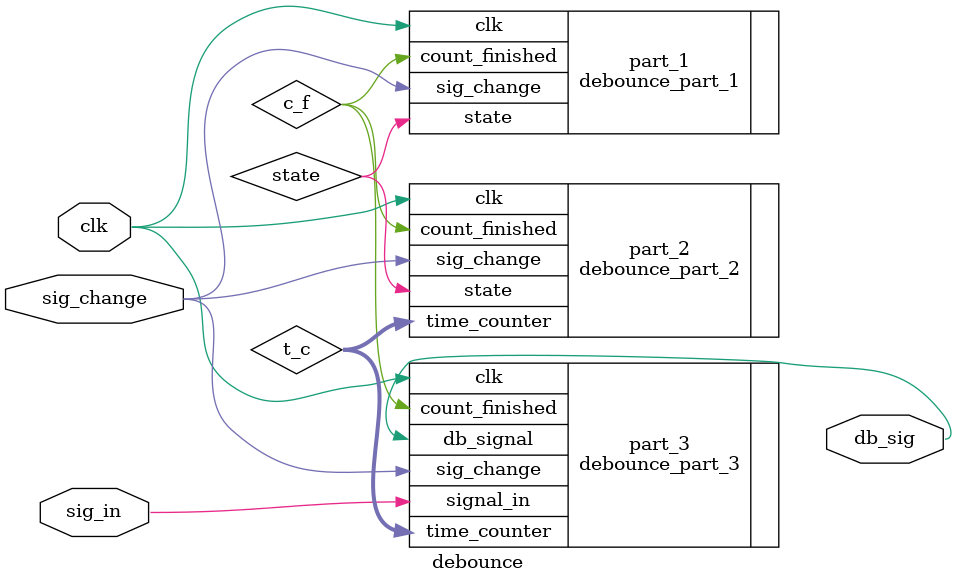
<source format=v>
`timescale 1ns / 1ps

module debounce(sig_in, sig_change, db_sig, clk);
    input sig_in, sig_change, clk;
    output db_sig;
    wire state, c_f;
    wire [5:0] t_c;

    debounce_part_1 part_1(.clk(clk), .sig_change(sig_change),
    .state(state), .count_finished(c_f));

    debounce_part_2 part_2(.clk(clk), .state(state),
    .time_counter(t_c), .count_finished(c_f), .sig_change(sig_change));

    debounce_part_3 part_3(.clk(clk), .count_finished(c_f),
    .signal_in(sig_in), .time_counter(t_c), .db_signal(db_sig), .sig_change(sig_change));


endmodule
</source>
